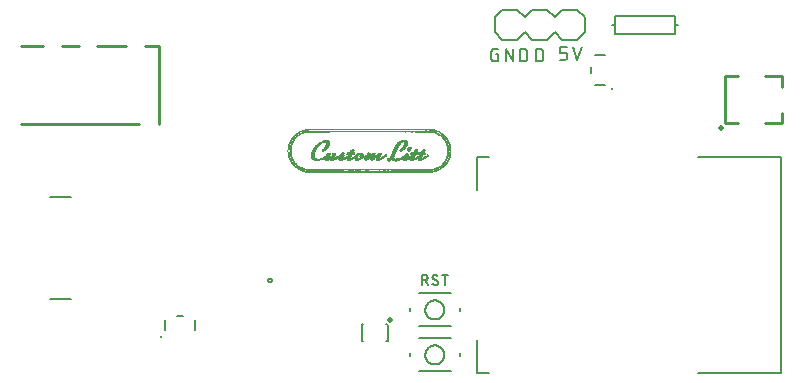
<source format=gto>
G75*
%MOIN*%
%OFA0B0*%
%FSLAX25Y25*%
%IPPOS*%
%LPD*%
%AMOC8*
5,1,8,0,0,1.08239X$1,22.5*
%
%ADD10C,0.00800*%
%ADD11C,0.00600*%
%ADD12C,0.02000*%
%ADD13C,0.00500*%
%ADD14C,0.01000*%
%ADD15C,0.01000*%
%ADD16R,0.41693X0.00157*%
%ADD17R,0.43307X0.00118*%
%ADD18R,0.01890X0.00157*%
%ADD19R,0.00433X0.00157*%
%ADD20R,0.02362X0.00157*%
%ADD21R,0.01457X0.00157*%
%ADD22R,0.01299X0.00157*%
%ADD23R,0.01181X0.00118*%
%ADD24R,0.00866X0.00118*%
%ADD25R,0.00433X0.00118*%
%ADD26R,0.00866X0.00157*%
%ADD27R,0.42598X0.00157*%
%ADD28R,0.00984X0.00157*%
%ADD29R,0.43740X0.00157*%
%ADD30R,0.09213X0.00157*%
%ADD31R,0.00276X0.00157*%
%ADD32R,0.00709X0.00157*%
%ADD33R,0.07008X0.00157*%
%ADD34R,0.00748X0.00118*%
%ADD35R,0.01457X0.00118*%
%ADD36R,0.01614X0.00118*%
%ADD37R,0.00748X0.00157*%
%ADD38R,0.01181X0.00157*%
%ADD39R,0.01024X0.00157*%
%ADD40R,0.00551X0.00118*%
%ADD41R,0.00984X0.00118*%
%ADD42R,0.00591X0.00157*%
%ADD43R,0.00906X0.00157*%
%ADD44R,0.00551X0.00157*%
%ADD45R,0.00906X0.00118*%
%ADD46R,0.00591X0.00118*%
%ADD47R,0.00472X0.00157*%
%ADD48R,0.00709X0.00118*%
%ADD49R,0.00472X0.00118*%
%ADD50R,0.02165X0.00157*%
%ADD51R,0.02638X0.00157*%
%ADD52R,0.02480X0.00157*%
%ADD53R,0.02953X0.00118*%
%ADD54R,0.02638X0.00118*%
%ADD55R,0.03228X0.00157*%
%ADD56R,0.01339X0.00157*%
%ADD57R,0.01299X0.00118*%
%ADD58R,0.01024X0.00118*%
%ADD59R,0.01142X0.00118*%
%ADD60R,0.01142X0.00157*%
%ADD61R,0.01339X0.00118*%
%ADD62R,0.00276X0.00118*%
%ADD63R,0.00315X0.00157*%
%ADD64R,0.00315X0.00118*%
%ADD65R,0.04843X0.00157*%
%ADD66R,0.02756X0.00118*%
%ADD67R,0.05236X0.00118*%
%ADD68R,0.02913X0.00157*%
%ADD69R,0.02047X0.00157*%
%ADD70R,0.05236X0.00157*%
%ADD71R,0.02795X0.00157*%
%ADD72R,0.00157X0.00157*%
%ADD73R,0.05276X0.00157*%
%ADD74R,0.04961X0.00118*%
%ADD75R,0.01772X0.00157*%
%ADD76R,0.03071X0.00157*%
%ADD77R,0.01614X0.00157*%
%ADD78R,0.02008X0.00157*%
%ADD79R,0.03504X0.00157*%
%ADD80R,0.07165X0.00157*%
%ADD81R,0.01575X0.00157*%
%ADD82R,0.01890X0.00118*%
%ADD83R,0.06850X0.00118*%
%ADD84R,0.01732X0.00118*%
%ADD85R,0.06850X0.00157*%
%ADD86R,0.01732X0.00157*%
%ADD87R,0.02323X0.00118*%
%ADD88R,0.03780X0.00118*%
%ADD89R,0.02047X0.00118*%
%ADD90R,0.05551X0.00118*%
%ADD91R,0.02205X0.00118*%
%ADD92R,0.06299X0.00157*%
%ADD93R,0.01929X0.00157*%
%ADD94R,0.08780X0.00157*%
%ADD95R,0.04213X0.00157*%
%ADD96R,0.07717X0.00157*%
%ADD97R,0.02323X0.00157*%
%ADD98R,0.02756X0.00157*%
%ADD99R,0.07283X0.00157*%
%ADD100R,0.04094X0.00118*%
%ADD101R,0.05079X0.00118*%
%ADD102R,0.02165X0.00118*%
%ADD103R,0.04961X0.00157*%
%ADD104R,0.04685X0.00157*%
%ADD105R,0.00157X0.00118*%
%ADD106R,0.01496X0.00157*%
%ADD107R,0.44173X0.00118*%
%ADD108R,0.43425X0.00157*%
%ADD109R,0.12677X0.00157*%
%ADD110R,0.14134X0.00157*%
%ADD111R,0.19528X0.00157*%
%ADD112R,0.09055X0.00157*%
%ADD113R,0.15000X0.00157*%
%ADD114R,0.42717X0.00157*%
%ADD115R,0.08307X0.00118*%
%ADD116R,0.06417X0.00118*%
D10*
X0265000Y0058309D02*
X0265000Y0061691D01*
X0268943Y0062791D02*
X0271057Y0062791D01*
X0275000Y0061691D02*
X0275000Y0058309D01*
X0330600Y0060450D02*
X0330600Y0054550D01*
X0331150Y0054550D01*
X0338850Y0054550D02*
X0339400Y0054550D01*
X0339400Y0059950D01*
X0338850Y0060450D01*
X0331150Y0060450D02*
X0330600Y0060450D01*
X0346732Y0064488D02*
X0346732Y0065512D01*
X0349732Y0059488D02*
X0360268Y0059488D01*
X0360268Y0055512D02*
X0349732Y0055512D01*
X0346732Y0050512D02*
X0346732Y0049488D01*
X0349732Y0044488D02*
X0360268Y0044488D01*
X0368949Y0044067D02*
X0372992Y0044067D01*
X0368949Y0044067D02*
X0368949Y0055000D01*
X0363268Y0050512D02*
X0363268Y0049488D01*
X0363268Y0064488D02*
X0363268Y0065512D01*
X0360268Y0070512D02*
X0349732Y0070512D01*
X0368949Y0105000D02*
X0368949Y0115933D01*
X0372992Y0115933D01*
X0408309Y0140000D02*
X0411691Y0140000D01*
X0407209Y0143943D02*
X0407209Y0146057D01*
X0408309Y0150000D02*
X0411691Y0150000D01*
X0403967Y0152600D02*
X0402567Y0148400D01*
X0401167Y0152600D01*
X0399233Y0152600D02*
X0396900Y0152600D01*
X0396900Y0150733D01*
X0398300Y0150733D01*
X0398359Y0150731D01*
X0398417Y0150726D01*
X0398475Y0150716D01*
X0398532Y0150704D01*
X0398588Y0150687D01*
X0398643Y0150667D01*
X0398697Y0150644D01*
X0398749Y0150618D01*
X0398800Y0150588D01*
X0398848Y0150555D01*
X0398895Y0150519D01*
X0398939Y0150480D01*
X0398980Y0150439D01*
X0399019Y0150395D01*
X0399055Y0150348D01*
X0399088Y0150300D01*
X0399118Y0150249D01*
X0399144Y0150197D01*
X0399167Y0150143D01*
X0399187Y0150088D01*
X0399204Y0150032D01*
X0399216Y0149975D01*
X0399226Y0149917D01*
X0399231Y0149859D01*
X0399233Y0149800D01*
X0399233Y0149333D01*
X0399231Y0149274D01*
X0399226Y0149216D01*
X0399216Y0149158D01*
X0399204Y0149101D01*
X0399187Y0149045D01*
X0399167Y0148990D01*
X0399144Y0148936D01*
X0399118Y0148884D01*
X0399088Y0148833D01*
X0399055Y0148785D01*
X0399019Y0148738D01*
X0398980Y0148694D01*
X0398939Y0148653D01*
X0398895Y0148614D01*
X0398848Y0148578D01*
X0398800Y0148545D01*
X0398749Y0148515D01*
X0398697Y0148489D01*
X0398643Y0148466D01*
X0398588Y0148446D01*
X0398532Y0148429D01*
X0398475Y0148417D01*
X0398417Y0148407D01*
X0398359Y0148402D01*
X0398300Y0148400D01*
X0396900Y0148400D01*
X0391233Y0149067D02*
X0391233Y0150933D01*
X0391234Y0150933D02*
X0391232Y0150998D01*
X0391227Y0151064D01*
X0391218Y0151128D01*
X0391205Y0151193D01*
X0391188Y0151256D01*
X0391169Y0151318D01*
X0391145Y0151380D01*
X0391118Y0151439D01*
X0391088Y0151497D01*
X0391055Y0151554D01*
X0391019Y0151608D01*
X0390979Y0151661D01*
X0390937Y0151711D01*
X0390892Y0151758D01*
X0390845Y0151803D01*
X0390795Y0151845D01*
X0390742Y0151885D01*
X0390688Y0151921D01*
X0390631Y0151954D01*
X0390573Y0151984D01*
X0390514Y0152011D01*
X0390452Y0152035D01*
X0390390Y0152054D01*
X0390327Y0152071D01*
X0390262Y0152084D01*
X0390198Y0152093D01*
X0390132Y0152098D01*
X0390067Y0152100D01*
X0388900Y0152100D01*
X0388900Y0147900D01*
X0390067Y0147900D01*
X0390132Y0147902D01*
X0390198Y0147907D01*
X0390262Y0147916D01*
X0390327Y0147929D01*
X0390390Y0147946D01*
X0390452Y0147965D01*
X0390514Y0147989D01*
X0390573Y0148016D01*
X0390631Y0148046D01*
X0390688Y0148079D01*
X0390742Y0148115D01*
X0390795Y0148155D01*
X0390845Y0148197D01*
X0390892Y0148242D01*
X0390937Y0148289D01*
X0390979Y0148339D01*
X0391019Y0148392D01*
X0391055Y0148446D01*
X0391088Y0148503D01*
X0391118Y0148561D01*
X0391145Y0148620D01*
X0391169Y0148682D01*
X0391188Y0148744D01*
X0391205Y0148807D01*
X0391218Y0148872D01*
X0391227Y0148936D01*
X0391232Y0149002D01*
X0391234Y0149067D01*
X0385833Y0149067D02*
X0385833Y0150933D01*
X0385834Y0150933D02*
X0385832Y0150998D01*
X0385827Y0151064D01*
X0385818Y0151128D01*
X0385805Y0151193D01*
X0385788Y0151256D01*
X0385769Y0151318D01*
X0385745Y0151380D01*
X0385718Y0151439D01*
X0385688Y0151497D01*
X0385655Y0151554D01*
X0385619Y0151608D01*
X0385579Y0151661D01*
X0385537Y0151711D01*
X0385492Y0151758D01*
X0385445Y0151803D01*
X0385395Y0151845D01*
X0385342Y0151885D01*
X0385288Y0151921D01*
X0385231Y0151954D01*
X0385173Y0151984D01*
X0385114Y0152011D01*
X0385052Y0152035D01*
X0384990Y0152054D01*
X0384927Y0152071D01*
X0384862Y0152084D01*
X0384798Y0152093D01*
X0384732Y0152098D01*
X0384667Y0152100D01*
X0383500Y0152100D01*
X0383500Y0147900D01*
X0384667Y0147900D01*
X0384732Y0147902D01*
X0384798Y0147907D01*
X0384862Y0147916D01*
X0384927Y0147929D01*
X0384990Y0147946D01*
X0385052Y0147965D01*
X0385114Y0147989D01*
X0385173Y0148016D01*
X0385231Y0148046D01*
X0385288Y0148079D01*
X0385342Y0148115D01*
X0385395Y0148155D01*
X0385445Y0148197D01*
X0385492Y0148242D01*
X0385537Y0148289D01*
X0385579Y0148339D01*
X0385619Y0148392D01*
X0385655Y0148446D01*
X0385688Y0148503D01*
X0385718Y0148561D01*
X0385745Y0148620D01*
X0385769Y0148682D01*
X0385788Y0148744D01*
X0385805Y0148807D01*
X0385818Y0148872D01*
X0385827Y0148936D01*
X0385832Y0149002D01*
X0385834Y0149067D01*
X0381033Y0147900D02*
X0381033Y0152100D01*
X0378700Y0152100D02*
X0381033Y0147900D01*
X0378700Y0147900D02*
X0378700Y0152100D01*
X0376233Y0152100D02*
X0374833Y0152100D01*
X0374772Y0152098D01*
X0374711Y0152092D01*
X0374651Y0152082D01*
X0374592Y0152068D01*
X0374533Y0152050D01*
X0374476Y0152029D01*
X0374420Y0152004D01*
X0374366Y0151975D01*
X0374315Y0151943D01*
X0374265Y0151907D01*
X0374218Y0151868D01*
X0374173Y0151827D01*
X0374132Y0151782D01*
X0374093Y0151735D01*
X0374057Y0151685D01*
X0374025Y0151633D01*
X0373996Y0151580D01*
X0373971Y0151524D01*
X0373950Y0151467D01*
X0373932Y0151408D01*
X0373918Y0151349D01*
X0373908Y0151289D01*
X0373902Y0151228D01*
X0373900Y0151167D01*
X0373900Y0148833D01*
X0373902Y0148774D01*
X0373907Y0148716D01*
X0373917Y0148658D01*
X0373929Y0148601D01*
X0373946Y0148545D01*
X0373966Y0148490D01*
X0373989Y0148436D01*
X0374015Y0148384D01*
X0374045Y0148333D01*
X0374078Y0148285D01*
X0374114Y0148238D01*
X0374153Y0148194D01*
X0374194Y0148153D01*
X0374238Y0148114D01*
X0374285Y0148078D01*
X0374333Y0148045D01*
X0374384Y0148015D01*
X0374436Y0147989D01*
X0374490Y0147966D01*
X0374545Y0147946D01*
X0374601Y0147929D01*
X0374658Y0147917D01*
X0374716Y0147907D01*
X0374774Y0147902D01*
X0374833Y0147900D01*
X0376233Y0147900D01*
X0376233Y0150233D01*
X0375533Y0150233D01*
X0377500Y0155000D02*
X0382500Y0155000D01*
X0385000Y0157500D01*
X0387500Y0155000D01*
X0392500Y0155000D01*
X0395000Y0157500D01*
X0397500Y0155000D01*
X0402500Y0155000D01*
X0405000Y0157500D01*
X0405000Y0162500D01*
X0402500Y0165000D01*
X0397500Y0165000D01*
X0395000Y0162500D01*
X0392500Y0165000D01*
X0387500Y0165000D01*
X0385000Y0162500D01*
X0382500Y0165000D01*
X0377500Y0165000D01*
X0375000Y0162500D01*
X0375000Y0157500D01*
X0377500Y0155000D01*
X0414000Y0160000D02*
X0415000Y0160000D01*
X0415000Y0163000D01*
X0435000Y0163000D01*
X0435000Y0160000D01*
X0436000Y0160000D01*
X0435000Y0160000D02*
X0435000Y0157000D01*
X0415000Y0157000D01*
X0415000Y0160000D01*
X0442720Y0115933D02*
X0470343Y0115933D01*
X0470343Y0044067D01*
X0442720Y0044067D01*
D11*
X0233839Y0068492D02*
X0226752Y0068492D01*
X0226752Y0102508D02*
X0233839Y0102508D01*
X0350712Y0076700D02*
X0350712Y0073300D01*
X0350712Y0074811D02*
X0351657Y0074811D01*
X0351846Y0074811D02*
X0352601Y0073300D01*
X0351657Y0074812D02*
X0351717Y0074814D01*
X0351778Y0074820D01*
X0351837Y0074829D01*
X0351896Y0074843D01*
X0351954Y0074860D01*
X0352011Y0074881D01*
X0352067Y0074905D01*
X0352120Y0074933D01*
X0352172Y0074965D01*
X0352222Y0074999D01*
X0352269Y0075037D01*
X0352314Y0075078D01*
X0352356Y0075121D01*
X0352395Y0075167D01*
X0352431Y0075216D01*
X0352464Y0075267D01*
X0352494Y0075319D01*
X0352520Y0075374D01*
X0352543Y0075430D01*
X0352562Y0075487D01*
X0352577Y0075546D01*
X0352589Y0075605D01*
X0352597Y0075665D01*
X0352601Y0075726D01*
X0352601Y0075786D01*
X0352597Y0075847D01*
X0352589Y0075907D01*
X0352577Y0075966D01*
X0352562Y0076025D01*
X0352543Y0076082D01*
X0352520Y0076138D01*
X0352494Y0076193D01*
X0352464Y0076245D01*
X0352431Y0076296D01*
X0352395Y0076345D01*
X0352356Y0076391D01*
X0352314Y0076434D01*
X0352269Y0076475D01*
X0352222Y0076513D01*
X0352172Y0076547D01*
X0352120Y0076579D01*
X0352067Y0076607D01*
X0352011Y0076631D01*
X0351954Y0076652D01*
X0351896Y0076669D01*
X0351837Y0076683D01*
X0351778Y0076692D01*
X0351717Y0076698D01*
X0351657Y0076700D01*
X0350712Y0076700D01*
X0354631Y0075283D02*
X0355670Y0074717D01*
X0355292Y0073300D02*
X0355213Y0073302D01*
X0355135Y0073308D01*
X0355057Y0073317D01*
X0354979Y0073331D01*
X0354902Y0073348D01*
X0354826Y0073369D01*
X0354752Y0073394D01*
X0354678Y0073423D01*
X0354606Y0073455D01*
X0354536Y0073490D01*
X0354468Y0073529D01*
X0354401Y0073572D01*
X0354337Y0073617D01*
X0354275Y0073666D01*
X0354216Y0073718D01*
X0354159Y0073772D01*
X0355669Y0074717D02*
X0355714Y0074688D01*
X0355757Y0074657D01*
X0355797Y0074622D01*
X0355835Y0074585D01*
X0355870Y0074546D01*
X0355903Y0074504D01*
X0355932Y0074459D01*
X0355959Y0074413D01*
X0355982Y0074365D01*
X0356002Y0074316D01*
X0356018Y0074266D01*
X0356031Y0074214D01*
X0356040Y0074162D01*
X0356045Y0074109D01*
X0356047Y0074056D01*
X0356048Y0074056D02*
X0356046Y0074002D01*
X0356040Y0073948D01*
X0356031Y0073895D01*
X0356017Y0073843D01*
X0356000Y0073792D01*
X0355980Y0073742D01*
X0355956Y0073694D01*
X0355928Y0073647D01*
X0355897Y0073603D01*
X0355863Y0073561D01*
X0355827Y0073521D01*
X0355787Y0073485D01*
X0355745Y0073451D01*
X0355701Y0073420D01*
X0355654Y0073392D01*
X0355606Y0073368D01*
X0355556Y0073348D01*
X0355505Y0073331D01*
X0355453Y0073317D01*
X0355400Y0073308D01*
X0355346Y0073302D01*
X0355292Y0073300D01*
X0355859Y0076417D02*
X0355802Y0076457D01*
X0355743Y0076495D01*
X0355682Y0076530D01*
X0355620Y0076562D01*
X0355556Y0076590D01*
X0355490Y0076616D01*
X0355424Y0076638D01*
X0355356Y0076657D01*
X0355288Y0076672D01*
X0355219Y0076684D01*
X0355149Y0076693D01*
X0355079Y0076698D01*
X0355009Y0076700D01*
X0354955Y0076698D01*
X0354901Y0076692D01*
X0354848Y0076683D01*
X0354796Y0076669D01*
X0354745Y0076652D01*
X0354695Y0076632D01*
X0354647Y0076608D01*
X0354600Y0076580D01*
X0354556Y0076549D01*
X0354514Y0076515D01*
X0354474Y0076479D01*
X0354438Y0076439D01*
X0354404Y0076397D01*
X0354373Y0076353D01*
X0354345Y0076306D01*
X0354321Y0076258D01*
X0354301Y0076208D01*
X0354284Y0076157D01*
X0354270Y0076105D01*
X0354261Y0076052D01*
X0354255Y0075998D01*
X0354253Y0075944D01*
X0354254Y0075944D02*
X0354256Y0075891D01*
X0354261Y0075838D01*
X0354270Y0075786D01*
X0354283Y0075734D01*
X0354299Y0075684D01*
X0354319Y0075635D01*
X0354342Y0075587D01*
X0354369Y0075541D01*
X0354398Y0075496D01*
X0354431Y0075454D01*
X0354466Y0075415D01*
X0354504Y0075378D01*
X0354544Y0075343D01*
X0354587Y0075312D01*
X0354632Y0075283D01*
X0357399Y0076700D02*
X0359288Y0076700D01*
X0358343Y0076700D02*
X0358343Y0073300D01*
D12*
X0340250Y0061500D03*
X0450394Y0125787D03*
D13*
X0351831Y0065000D02*
X0351833Y0065112D01*
X0351839Y0065225D01*
X0351849Y0065337D01*
X0351863Y0065448D01*
X0351881Y0065560D01*
X0351903Y0065670D01*
X0351928Y0065779D01*
X0351958Y0065888D01*
X0351991Y0065995D01*
X0352029Y0066101D01*
X0352070Y0066206D01*
X0352114Y0066309D01*
X0352162Y0066411D01*
X0352214Y0066511D01*
X0352270Y0066609D01*
X0352329Y0066705D01*
X0352391Y0066798D01*
X0352456Y0066890D01*
X0352525Y0066979D01*
X0352597Y0067066D01*
X0352672Y0067150D01*
X0352749Y0067231D01*
X0352830Y0067309D01*
X0352913Y0067385D01*
X0352999Y0067457D01*
X0353088Y0067527D01*
X0353178Y0067593D01*
X0353272Y0067656D01*
X0353367Y0067716D01*
X0353464Y0067772D01*
X0353564Y0067825D01*
X0353665Y0067874D01*
X0353768Y0067920D01*
X0353872Y0067962D01*
X0353978Y0068000D01*
X0354085Y0068034D01*
X0354193Y0068065D01*
X0354303Y0068091D01*
X0354413Y0068114D01*
X0354524Y0068133D01*
X0354635Y0068148D01*
X0354747Y0068159D01*
X0354859Y0068166D01*
X0354972Y0068169D01*
X0355084Y0068168D01*
X0355197Y0068163D01*
X0355309Y0068154D01*
X0355421Y0068141D01*
X0355532Y0068124D01*
X0355642Y0068103D01*
X0355752Y0068078D01*
X0355861Y0068050D01*
X0355969Y0068017D01*
X0356075Y0067981D01*
X0356180Y0067941D01*
X0356284Y0067897D01*
X0356386Y0067850D01*
X0356486Y0067799D01*
X0356584Y0067744D01*
X0356681Y0067686D01*
X0356775Y0067625D01*
X0356867Y0067560D01*
X0356957Y0067493D01*
X0357044Y0067422D01*
X0357129Y0067347D01*
X0357211Y0067270D01*
X0357290Y0067191D01*
X0357366Y0067108D01*
X0357440Y0067023D01*
X0357510Y0066935D01*
X0357577Y0066844D01*
X0357641Y0066752D01*
X0357701Y0066657D01*
X0357758Y0066560D01*
X0357812Y0066461D01*
X0357862Y0066360D01*
X0357909Y0066258D01*
X0357951Y0066154D01*
X0357991Y0066049D01*
X0358026Y0065942D01*
X0358057Y0065834D01*
X0358085Y0065725D01*
X0358109Y0065615D01*
X0358129Y0065504D01*
X0358145Y0065393D01*
X0358157Y0065281D01*
X0358165Y0065169D01*
X0358169Y0065056D01*
X0358169Y0064944D01*
X0358165Y0064831D01*
X0358157Y0064719D01*
X0358145Y0064607D01*
X0358129Y0064496D01*
X0358109Y0064385D01*
X0358085Y0064275D01*
X0358057Y0064166D01*
X0358026Y0064058D01*
X0357991Y0063951D01*
X0357951Y0063846D01*
X0357909Y0063742D01*
X0357862Y0063640D01*
X0357812Y0063539D01*
X0357758Y0063440D01*
X0357701Y0063343D01*
X0357641Y0063248D01*
X0357577Y0063156D01*
X0357510Y0063065D01*
X0357440Y0062977D01*
X0357366Y0062892D01*
X0357290Y0062809D01*
X0357211Y0062730D01*
X0357129Y0062653D01*
X0357044Y0062578D01*
X0356957Y0062507D01*
X0356867Y0062440D01*
X0356775Y0062375D01*
X0356681Y0062314D01*
X0356585Y0062256D01*
X0356486Y0062201D01*
X0356386Y0062150D01*
X0356284Y0062103D01*
X0356180Y0062059D01*
X0356075Y0062019D01*
X0355969Y0061983D01*
X0355861Y0061950D01*
X0355752Y0061922D01*
X0355642Y0061897D01*
X0355532Y0061876D01*
X0355421Y0061859D01*
X0355309Y0061846D01*
X0355197Y0061837D01*
X0355084Y0061832D01*
X0354972Y0061831D01*
X0354859Y0061834D01*
X0354747Y0061841D01*
X0354635Y0061852D01*
X0354524Y0061867D01*
X0354413Y0061886D01*
X0354303Y0061909D01*
X0354193Y0061935D01*
X0354085Y0061966D01*
X0353978Y0062000D01*
X0353872Y0062038D01*
X0353768Y0062080D01*
X0353665Y0062126D01*
X0353564Y0062175D01*
X0353464Y0062228D01*
X0353367Y0062284D01*
X0353272Y0062344D01*
X0353178Y0062407D01*
X0353088Y0062473D01*
X0352999Y0062543D01*
X0352913Y0062615D01*
X0352830Y0062691D01*
X0352749Y0062769D01*
X0352672Y0062850D01*
X0352597Y0062934D01*
X0352525Y0063021D01*
X0352456Y0063110D01*
X0352391Y0063202D01*
X0352329Y0063295D01*
X0352270Y0063391D01*
X0352214Y0063489D01*
X0352162Y0063589D01*
X0352114Y0063691D01*
X0352070Y0063794D01*
X0352029Y0063899D01*
X0351991Y0064005D01*
X0351958Y0064112D01*
X0351928Y0064221D01*
X0351903Y0064330D01*
X0351881Y0064440D01*
X0351863Y0064552D01*
X0351849Y0064663D01*
X0351839Y0064775D01*
X0351833Y0064888D01*
X0351831Y0065000D01*
X0351831Y0050000D02*
X0351833Y0050112D01*
X0351839Y0050225D01*
X0351849Y0050337D01*
X0351863Y0050448D01*
X0351881Y0050560D01*
X0351903Y0050670D01*
X0351928Y0050779D01*
X0351958Y0050888D01*
X0351991Y0050995D01*
X0352029Y0051101D01*
X0352070Y0051206D01*
X0352114Y0051309D01*
X0352162Y0051411D01*
X0352214Y0051511D01*
X0352270Y0051609D01*
X0352329Y0051705D01*
X0352391Y0051798D01*
X0352456Y0051890D01*
X0352525Y0051979D01*
X0352597Y0052066D01*
X0352672Y0052150D01*
X0352749Y0052231D01*
X0352830Y0052309D01*
X0352913Y0052385D01*
X0352999Y0052457D01*
X0353088Y0052527D01*
X0353178Y0052593D01*
X0353272Y0052656D01*
X0353367Y0052716D01*
X0353464Y0052772D01*
X0353564Y0052825D01*
X0353665Y0052874D01*
X0353768Y0052920D01*
X0353872Y0052962D01*
X0353978Y0053000D01*
X0354085Y0053034D01*
X0354193Y0053065D01*
X0354303Y0053091D01*
X0354413Y0053114D01*
X0354524Y0053133D01*
X0354635Y0053148D01*
X0354747Y0053159D01*
X0354859Y0053166D01*
X0354972Y0053169D01*
X0355084Y0053168D01*
X0355197Y0053163D01*
X0355309Y0053154D01*
X0355421Y0053141D01*
X0355532Y0053124D01*
X0355642Y0053103D01*
X0355752Y0053078D01*
X0355861Y0053050D01*
X0355969Y0053017D01*
X0356075Y0052981D01*
X0356180Y0052941D01*
X0356284Y0052897D01*
X0356386Y0052850D01*
X0356486Y0052799D01*
X0356584Y0052744D01*
X0356681Y0052686D01*
X0356775Y0052625D01*
X0356867Y0052560D01*
X0356957Y0052493D01*
X0357044Y0052422D01*
X0357129Y0052347D01*
X0357211Y0052270D01*
X0357290Y0052191D01*
X0357366Y0052108D01*
X0357440Y0052023D01*
X0357510Y0051935D01*
X0357577Y0051844D01*
X0357641Y0051752D01*
X0357701Y0051657D01*
X0357758Y0051560D01*
X0357812Y0051461D01*
X0357862Y0051360D01*
X0357909Y0051258D01*
X0357951Y0051154D01*
X0357991Y0051049D01*
X0358026Y0050942D01*
X0358057Y0050834D01*
X0358085Y0050725D01*
X0358109Y0050615D01*
X0358129Y0050504D01*
X0358145Y0050393D01*
X0358157Y0050281D01*
X0358165Y0050169D01*
X0358169Y0050056D01*
X0358169Y0049944D01*
X0358165Y0049831D01*
X0358157Y0049719D01*
X0358145Y0049607D01*
X0358129Y0049496D01*
X0358109Y0049385D01*
X0358085Y0049275D01*
X0358057Y0049166D01*
X0358026Y0049058D01*
X0357991Y0048951D01*
X0357951Y0048846D01*
X0357909Y0048742D01*
X0357862Y0048640D01*
X0357812Y0048539D01*
X0357758Y0048440D01*
X0357701Y0048343D01*
X0357641Y0048248D01*
X0357577Y0048156D01*
X0357510Y0048065D01*
X0357440Y0047977D01*
X0357366Y0047892D01*
X0357290Y0047809D01*
X0357211Y0047730D01*
X0357129Y0047653D01*
X0357044Y0047578D01*
X0356957Y0047507D01*
X0356867Y0047440D01*
X0356775Y0047375D01*
X0356681Y0047314D01*
X0356585Y0047256D01*
X0356486Y0047201D01*
X0356386Y0047150D01*
X0356284Y0047103D01*
X0356180Y0047059D01*
X0356075Y0047019D01*
X0355969Y0046983D01*
X0355861Y0046950D01*
X0355752Y0046922D01*
X0355642Y0046897D01*
X0355532Y0046876D01*
X0355421Y0046859D01*
X0355309Y0046846D01*
X0355197Y0046837D01*
X0355084Y0046832D01*
X0354972Y0046831D01*
X0354859Y0046834D01*
X0354747Y0046841D01*
X0354635Y0046852D01*
X0354524Y0046867D01*
X0354413Y0046886D01*
X0354303Y0046909D01*
X0354193Y0046935D01*
X0354085Y0046966D01*
X0353978Y0047000D01*
X0353872Y0047038D01*
X0353768Y0047080D01*
X0353665Y0047126D01*
X0353564Y0047175D01*
X0353464Y0047228D01*
X0353367Y0047284D01*
X0353272Y0047344D01*
X0353178Y0047407D01*
X0353088Y0047473D01*
X0352999Y0047543D01*
X0352913Y0047615D01*
X0352830Y0047691D01*
X0352749Y0047769D01*
X0352672Y0047850D01*
X0352597Y0047934D01*
X0352525Y0048021D01*
X0352456Y0048110D01*
X0352391Y0048202D01*
X0352329Y0048295D01*
X0352270Y0048391D01*
X0352214Y0048489D01*
X0352162Y0048589D01*
X0352114Y0048691D01*
X0352070Y0048794D01*
X0352029Y0048899D01*
X0351991Y0049005D01*
X0351958Y0049112D01*
X0351928Y0049221D01*
X0351903Y0049330D01*
X0351881Y0049440D01*
X0351863Y0049552D01*
X0351849Y0049663D01*
X0351839Y0049775D01*
X0351833Y0049888D01*
X0351831Y0050000D01*
X0299467Y0074843D02*
X0299469Y0074892D01*
X0299475Y0074941D01*
X0299485Y0074989D01*
X0299498Y0075037D01*
X0299516Y0075083D01*
X0299537Y0075127D01*
X0299562Y0075170D01*
X0299590Y0075211D01*
X0299621Y0075249D01*
X0299655Y0075284D01*
X0299692Y0075317D01*
X0299731Y0075347D01*
X0299773Y0075373D01*
X0299817Y0075396D01*
X0299862Y0075415D01*
X0299909Y0075431D01*
X0299957Y0075443D01*
X0300005Y0075451D01*
X0300054Y0075455D01*
X0300104Y0075455D01*
X0300153Y0075451D01*
X0300201Y0075443D01*
X0300249Y0075431D01*
X0300296Y0075415D01*
X0300341Y0075396D01*
X0300385Y0075373D01*
X0300427Y0075347D01*
X0300466Y0075317D01*
X0300503Y0075284D01*
X0300537Y0075249D01*
X0300568Y0075211D01*
X0300596Y0075170D01*
X0300621Y0075127D01*
X0300642Y0075083D01*
X0300660Y0075037D01*
X0300673Y0074989D01*
X0300683Y0074941D01*
X0300689Y0074892D01*
X0300691Y0074843D01*
X0300689Y0074794D01*
X0300683Y0074745D01*
X0300673Y0074697D01*
X0300660Y0074649D01*
X0300642Y0074603D01*
X0300621Y0074559D01*
X0300596Y0074516D01*
X0300568Y0074475D01*
X0300537Y0074437D01*
X0300503Y0074402D01*
X0300466Y0074369D01*
X0300427Y0074339D01*
X0300385Y0074313D01*
X0300341Y0074290D01*
X0300296Y0074271D01*
X0300249Y0074255D01*
X0300201Y0074243D01*
X0300153Y0074235D01*
X0300104Y0074231D01*
X0300054Y0074231D01*
X0300005Y0074235D01*
X0299957Y0074243D01*
X0299909Y0074255D01*
X0299862Y0074271D01*
X0299817Y0074290D01*
X0299773Y0074313D01*
X0299731Y0074339D01*
X0299692Y0074369D01*
X0299655Y0074402D01*
X0299621Y0074437D01*
X0299590Y0074475D01*
X0299562Y0074516D01*
X0299537Y0074559D01*
X0299516Y0074603D01*
X0299498Y0074649D01*
X0299485Y0074697D01*
X0299475Y0074745D01*
X0299469Y0074794D01*
X0299467Y0074843D01*
D14*
X0263700Y0056000D03*
X0414000Y0138700D03*
D15*
X0451614Y0142874D02*
X0451614Y0127126D01*
X0455945Y0127126D01*
X0465000Y0127126D02*
X0470906Y0127126D01*
X0470906Y0130669D01*
X0470906Y0139331D02*
X0470906Y0142874D01*
X0465000Y0142874D01*
X0455945Y0142874D02*
X0451614Y0142874D01*
X0263031Y0152992D02*
X0263031Y0127008D01*
X0256339Y0127008D02*
X0216969Y0127008D01*
X0216969Y0152992D02*
X0224449Y0152992D01*
X0230748Y0152992D02*
X0236260Y0152992D01*
X0242559Y0152992D02*
X0252008Y0152992D01*
X0258307Y0152992D02*
X0263031Y0152992D01*
D16*
X0333327Y0125000D03*
D17*
X0333268Y0124862D03*
D18*
X0326260Y0115827D03*
X0326102Y0115669D03*
X0326693Y0114961D03*
X0329331Y0114803D03*
X0323937Y0114803D03*
X0319252Y0114961D03*
X0318976Y0115827D03*
X0314882Y0115236D03*
X0311969Y0124724D03*
X0345079Y0115827D03*
X0345512Y0114961D03*
X0347402Y0115669D03*
X0349882Y0115669D03*
D19*
X0358642Y0113346D03*
X0359075Y0113937D03*
X0359350Y0114370D03*
X0359508Y0114646D03*
X0359665Y0114803D03*
X0359665Y0114961D03*
X0359783Y0115236D03*
X0359783Y0115394D03*
X0359941Y0115669D03*
X0359941Y0115827D03*
X0360098Y0116102D03*
X0360098Y0116260D03*
X0360098Y0116417D03*
X0359508Y0116693D03*
X0359508Y0116850D03*
X0359508Y0117126D03*
X0359508Y0117283D03*
X0359508Y0117441D03*
X0360217Y0117441D03*
X0360217Y0117283D03*
X0360217Y0117126D03*
X0360217Y0118150D03*
X0360217Y0118307D03*
X0360217Y0118583D03*
X0360217Y0118740D03*
X0360217Y0118898D03*
X0360098Y0119173D03*
X0360098Y0119331D03*
X0360098Y0119606D03*
X0359941Y0119764D03*
X0359941Y0120039D03*
X0359783Y0120197D03*
X0359783Y0120354D03*
X0359665Y0120630D03*
X0359665Y0120787D03*
X0359350Y0121220D03*
X0359350Y0121378D03*
X0359075Y0121811D03*
X0358484Y0121378D03*
X0358917Y0120630D03*
X0359075Y0120354D03*
X0359350Y0119331D03*
X0359350Y0119173D03*
X0359508Y0118898D03*
X0359508Y0118740D03*
X0359508Y0118583D03*
X0359508Y0118307D03*
X0359508Y0118150D03*
X0359350Y0116417D03*
X0359350Y0116260D03*
X0359350Y0116102D03*
X0359075Y0115394D03*
X0358917Y0114961D03*
X0339665Y0114370D03*
X0330059Y0111299D03*
X0308169Y0112913D03*
X0307736Y0113504D03*
X0307461Y0113937D03*
X0307146Y0114213D03*
X0307146Y0114370D03*
X0306870Y0114803D03*
X0306870Y0114961D03*
X0306713Y0115236D03*
X0306713Y0115394D03*
X0306555Y0115669D03*
X0306437Y0116102D03*
X0306437Y0116260D03*
X0306280Y0116693D03*
X0306280Y0116850D03*
X0306280Y0117126D03*
X0306280Y0117283D03*
X0306280Y0117441D03*
X0306280Y0118150D03*
X0306280Y0118307D03*
X0306280Y0118583D03*
X0306280Y0118740D03*
X0306280Y0118898D03*
X0306437Y0119173D03*
X0306437Y0119331D03*
X0306437Y0119606D03*
X0306555Y0119764D03*
X0306555Y0120039D03*
X0306713Y0120354D03*
X0306870Y0120630D03*
X0306870Y0120787D03*
X0307146Y0121220D03*
X0307146Y0121378D03*
X0307461Y0121811D03*
X0307579Y0120630D03*
X0307461Y0120354D03*
X0307303Y0120039D03*
X0307146Y0119606D03*
X0307146Y0119331D03*
X0307146Y0116260D03*
X0307146Y0116102D03*
X0307303Y0115669D03*
X0307461Y0115394D03*
X0307461Y0115236D03*
X0307579Y0114961D03*
X0307736Y0114646D03*
X0308327Y0122835D03*
X0308602Y0123110D03*
X0352224Y0124724D03*
D20*
X0354331Y0124724D03*
X0330118Y0116693D03*
D21*
X0329232Y0114646D03*
X0334350Y0115236D03*
X0336240Y0114803D03*
X0339744Y0114646D03*
X0346437Y0118150D03*
X0346437Y0118307D03*
X0344705Y0121378D03*
X0350256Y0116102D03*
X0350256Y0114803D03*
X0347776Y0114803D03*
X0323839Y0114646D03*
X0320925Y0115827D03*
X0318878Y0121378D03*
X0314390Y0115827D03*
X0311319Y0124567D03*
D22*
X0314587Y0117441D03*
X0314311Y0116417D03*
X0314311Y0116260D03*
X0314311Y0116102D03*
X0319547Y0116417D03*
X0321161Y0116102D03*
X0321004Y0114803D03*
X0326831Y0116417D03*
X0328878Y0116102D03*
X0332224Y0114961D03*
X0332972Y0116693D03*
X0340846Y0115827D03*
X0341122Y0116417D03*
X0341280Y0116850D03*
X0341555Y0117441D03*
X0341713Y0117717D03*
X0341713Y0117874D03*
X0341870Y0118150D03*
X0342146Y0118740D03*
X0343602Y0120787D03*
X0346516Y0118583D03*
X0345492Y0116260D03*
X0350453Y0116417D03*
X0355138Y0124567D03*
X0329035Y0111299D03*
D23*
X0323110Y0115965D03*
X0327638Y0118012D03*
X0316260Y0119902D03*
X0315827Y0119469D03*
X0314803Y0118012D03*
X0314370Y0116555D03*
X0310591Y0112028D03*
X0311024Y0111161D03*
X0310866Y0124429D03*
X0340906Y0115965D03*
X0341339Y0116988D03*
X0343819Y0118012D03*
X0344409Y0118445D03*
X0344843Y0119035D03*
X0346457Y0118012D03*
X0342795Y0119902D03*
X0342520Y0119469D03*
X0355630Y0124429D03*
D24*
X0356220Y0123406D03*
X0333031Y0116988D03*
X0324291Y0116988D03*
X0323701Y0114508D03*
X0321654Y0116988D03*
X0313780Y0124429D03*
X0309567Y0122972D03*
X0309567Y0112618D03*
X0310000Y0111594D03*
D25*
X0307579Y0113642D03*
X0307303Y0114075D03*
X0306713Y0115098D03*
X0306555Y0115531D03*
X0306437Y0115965D03*
X0307146Y0115965D03*
X0307303Y0115531D03*
X0306280Y0116988D03*
X0306280Y0118445D03*
X0306280Y0119035D03*
X0306437Y0119469D03*
X0306555Y0119902D03*
X0306713Y0120492D03*
X0307303Y0119902D03*
X0307146Y0119469D03*
X0307736Y0120925D03*
X0307303Y0121516D03*
X0307579Y0121949D03*
X0308484Y0122972D03*
X0332106Y0114508D03*
X0338799Y0116555D03*
X0352933Y0124429D03*
X0358917Y0121949D03*
X0359508Y0120925D03*
X0359783Y0120492D03*
X0359941Y0119902D03*
X0360098Y0119469D03*
X0360217Y0119035D03*
X0360217Y0118445D03*
X0360217Y0118012D03*
X0359508Y0118445D03*
X0359508Y0117579D03*
X0359508Y0116988D03*
X0360217Y0116988D03*
X0360098Y0116555D03*
X0359941Y0115531D03*
X0359508Y0114508D03*
X0358917Y0115098D03*
X0358917Y0113642D03*
X0359350Y0119469D03*
D26*
X0356654Y0123976D03*
X0356378Y0124134D03*
X0355945Y0123543D03*
X0351417Y0118150D03*
X0348937Y0118150D03*
X0345866Y0116850D03*
X0342087Y0114370D03*
X0338583Y0116260D03*
X0334055Y0114803D03*
X0332165Y0114646D03*
X0327638Y0118150D03*
X0319331Y0119606D03*
X0310000Y0123268D03*
X0309843Y0123976D03*
X0310157Y0124134D03*
X0310433Y0124291D03*
X0309843Y0112480D03*
X0310276Y0111457D03*
X0310591Y0111299D03*
X0356220Y0111457D03*
X0356811Y0111732D03*
X0356654Y0112480D03*
X0357087Y0112756D03*
D27*
X0333189Y0124291D03*
D28*
X0324508Y0116102D03*
X0324508Y0115827D03*
X0324508Y0115669D03*
X0356004Y0124291D03*
D29*
X0333169Y0124134D03*
D30*
X0315472Y0123976D03*
D31*
X0306201Y0117874D03*
X0306201Y0117717D03*
X0306358Y0116417D03*
X0324429Y0117283D03*
X0336831Y0111299D03*
X0360295Y0117717D03*
X0360295Y0117874D03*
X0345571Y0123976D03*
D32*
X0347402Y0123976D03*
X0346378Y0117717D03*
X0357165Y0122835D03*
X0357323Y0122677D03*
X0357756Y0122244D03*
X0358189Y0121811D03*
X0357323Y0123543D03*
X0357756Y0113346D03*
X0357598Y0113189D03*
X0357323Y0112913D03*
X0357598Y0112323D03*
X0333976Y0114646D03*
X0327717Y0118307D03*
X0317795Y0117717D03*
X0309055Y0122520D03*
X0308622Y0113504D03*
X0308898Y0113189D03*
X0309055Y0112165D03*
X0309488Y0111890D03*
D33*
X0352008Y0123976D03*
D34*
X0356870Y0123839D03*
X0357461Y0123406D03*
X0358051Y0121949D03*
X0346673Y0119035D03*
X0357461Y0113051D03*
X0356870Y0112618D03*
X0309626Y0123839D03*
D35*
X0311319Y0123839D03*
X0314508Y0115531D03*
X0315689Y0114508D03*
X0324154Y0116555D03*
X0332303Y0115098D03*
X0334508Y0116555D03*
X0340610Y0115531D03*
X0350098Y0115965D03*
D36*
X0347697Y0115965D03*
X0336476Y0116555D03*
X0355138Y0123839D03*
X0319114Y0115965D03*
D37*
X0309350Y0112756D03*
X0309193Y0112913D03*
X0308760Y0113346D03*
X0309626Y0111732D03*
X0308327Y0121811D03*
X0308169Y0122677D03*
X0309193Y0122677D03*
X0309350Y0122835D03*
X0309783Y0123110D03*
X0309193Y0123543D03*
X0309350Y0123701D03*
X0339390Y0111299D03*
X0352657Y0116260D03*
X0357894Y0113504D03*
X0357461Y0112165D03*
X0357028Y0111890D03*
X0357894Y0122087D03*
X0357461Y0122520D03*
X0357028Y0123701D03*
D38*
X0355630Y0123701D03*
X0345433Y0120787D03*
X0345276Y0119606D03*
X0345000Y0119173D03*
X0344567Y0118583D03*
X0342953Y0120039D03*
X0343110Y0120354D03*
X0343386Y0120630D03*
X0342362Y0119173D03*
X0342087Y0118583D03*
X0341929Y0118307D03*
X0341496Y0117283D03*
X0341063Y0116260D03*
X0338150Y0115827D03*
X0336102Y0114646D03*
X0334213Y0114961D03*
X0332165Y0114803D03*
X0333031Y0116850D03*
X0329094Y0116260D03*
X0327362Y0117283D03*
X0327362Y0117441D03*
X0324291Y0116850D03*
X0322835Y0115827D03*
X0322677Y0115669D03*
X0321378Y0116417D03*
X0315984Y0119606D03*
X0315394Y0118898D03*
X0315236Y0118740D03*
X0314961Y0118307D03*
X0314961Y0118150D03*
X0314803Y0117874D03*
X0314528Y0117283D03*
X0314528Y0117126D03*
X0314370Y0116850D03*
X0314370Y0116693D03*
X0316850Y0120354D03*
X0310866Y0123701D03*
X0311024Y0111890D03*
X0347913Y0116260D03*
X0348504Y0117283D03*
X0350984Y0117283D03*
X0351850Y0115669D03*
X0356220Y0112165D03*
D39*
X0356457Y0112323D03*
X0355866Y0111299D03*
X0350039Y0114646D03*
X0347559Y0114646D03*
X0345197Y0114646D03*
X0345787Y0116693D03*
X0346378Y0117874D03*
X0346654Y0118898D03*
X0345354Y0119764D03*
X0345512Y0120039D03*
X0345512Y0120197D03*
X0345512Y0120354D03*
X0345512Y0120630D03*
X0345079Y0119331D03*
X0344764Y0118898D03*
X0343740Y0117874D03*
X0343031Y0120197D03*
X0348701Y0117717D03*
X0348858Y0117874D03*
X0348583Y0117441D03*
X0351063Y0117441D03*
X0351181Y0117717D03*
X0351339Y0117874D03*
X0352520Y0116102D03*
X0356732Y0123110D03*
X0338504Y0116102D03*
X0336614Y0116850D03*
X0334724Y0116850D03*
X0330354Y0115394D03*
X0327559Y0117874D03*
X0323346Y0116102D03*
X0321575Y0116850D03*
X0319685Y0116850D03*
X0318228Y0118150D03*
X0318386Y0118307D03*
X0318661Y0118740D03*
X0318819Y0118898D03*
X0319094Y0119173D03*
X0319094Y0119331D03*
X0319409Y0119764D03*
X0319567Y0120039D03*
X0319567Y0120197D03*
X0319567Y0120354D03*
X0319567Y0120630D03*
X0316496Y0120039D03*
X0315748Y0119331D03*
X0315630Y0119173D03*
X0317953Y0117874D03*
X0320866Y0114646D03*
X0310354Y0112165D03*
X0310079Y0112323D03*
X0310512Y0123543D03*
D40*
X0308976Y0123406D03*
X0307520Y0120492D03*
X0307520Y0115098D03*
X0308543Y0113642D03*
X0308543Y0112618D03*
X0357244Y0112028D03*
X0358701Y0114508D03*
X0358701Y0120925D03*
D41*
X0324508Y0115965D03*
X0310217Y0123406D03*
D42*
X0308839Y0123268D03*
X0308681Y0122244D03*
X0308248Y0121654D03*
X0307972Y0121378D03*
X0307972Y0121220D03*
X0307815Y0121063D03*
X0307657Y0120787D03*
X0307382Y0120197D03*
X0307224Y0119764D03*
X0306634Y0120197D03*
X0307382Y0121654D03*
X0307657Y0122087D03*
X0307815Y0122244D03*
X0306949Y0117717D03*
X0307224Y0115827D03*
X0307657Y0114803D03*
X0307972Y0114370D03*
X0308248Y0113937D03*
X0308406Y0113780D03*
X0307972Y0113189D03*
X0307815Y0113346D03*
X0308406Y0112756D03*
X0308681Y0112480D03*
X0308839Y0112323D03*
X0324429Y0117126D03*
X0338720Y0116417D03*
X0348799Y0118307D03*
X0352736Y0116417D03*
X0358130Y0113780D03*
X0358248Y0113937D03*
X0358406Y0114213D03*
X0358563Y0114370D03*
X0358839Y0114803D03*
X0358996Y0115236D03*
X0358996Y0113780D03*
X0358563Y0113189D03*
X0358248Y0112913D03*
X0358130Y0112756D03*
X0357815Y0112480D03*
X0359587Y0117717D03*
X0359587Y0117874D03*
X0359272Y0119606D03*
X0359154Y0120039D03*
X0359154Y0120197D03*
X0358839Y0120787D03*
X0358563Y0121220D03*
X0358248Y0121654D03*
X0358839Y0122087D03*
X0359154Y0121654D03*
X0359429Y0121063D03*
X0358406Y0122520D03*
X0358248Y0122677D03*
X0358130Y0122835D03*
X0357815Y0123110D03*
D43*
X0356516Y0123268D03*
X0343681Y0117717D03*
D44*
X0357677Y0123268D03*
X0358701Y0122244D03*
X0358701Y0121063D03*
X0358701Y0114646D03*
X0358701Y0113504D03*
X0308543Y0122087D03*
X0307520Y0113780D03*
D45*
X0319626Y0116988D03*
X0356516Y0111594D03*
X0356949Y0122972D03*
D46*
X0357972Y0122972D03*
X0358563Y0122382D03*
X0358406Y0121516D03*
X0358996Y0120492D03*
X0359429Y0119035D03*
X0359587Y0118012D03*
X0359429Y0116555D03*
X0359272Y0115965D03*
X0359154Y0115531D03*
X0358406Y0114075D03*
X0357972Y0113642D03*
X0358406Y0113051D03*
X0357972Y0112618D03*
X0336673Y0116988D03*
X0334783Y0116988D03*
X0318878Y0114508D03*
X0309272Y0112028D03*
X0308091Y0113051D03*
X0308091Y0114075D03*
X0307815Y0114508D03*
X0306949Y0117579D03*
X0308091Y0121516D03*
X0308406Y0121949D03*
X0308839Y0122382D03*
X0307972Y0122382D03*
D47*
X0308031Y0122520D03*
X0307008Y0121063D03*
X0307008Y0119173D03*
X0307008Y0118898D03*
X0307008Y0118740D03*
X0307008Y0118583D03*
X0307008Y0118307D03*
X0307008Y0118150D03*
X0307008Y0117441D03*
X0307008Y0117283D03*
X0307008Y0117126D03*
X0307008Y0116850D03*
X0307008Y0116693D03*
X0307008Y0114646D03*
X0308031Y0114213D03*
X0338504Y0111299D03*
X0351339Y0118307D03*
X0359213Y0119764D03*
X0359213Y0115827D03*
X0359213Y0115669D03*
D48*
X0346969Y0110571D03*
X0345787Y0116988D03*
X0357598Y0122382D03*
X0330630Y0116988D03*
X0329764Y0116988D03*
X0329173Y0114508D03*
X0309055Y0113051D03*
D49*
X0307008Y0114508D03*
X0307008Y0116555D03*
X0307008Y0116988D03*
X0307008Y0118012D03*
X0307008Y0118445D03*
X0307008Y0119035D03*
X0307008Y0120925D03*
X0359213Y0121516D03*
X0359213Y0119902D03*
X0359213Y0114075D03*
D50*
X0350610Y0115236D03*
X0344626Y0121220D03*
X0329311Y0114961D03*
X0318681Y0121220D03*
D51*
X0318602Y0121063D03*
X0342067Y0114646D03*
D52*
X0336752Y0115394D03*
X0344626Y0121063D03*
X0327146Y0117126D03*
X0318366Y0115394D03*
D53*
X0318602Y0120925D03*
D54*
X0326909Y0116555D03*
X0329980Y0116555D03*
X0324154Y0115098D03*
X0344547Y0120925D03*
D55*
X0318465Y0120787D03*
D56*
X0317362Y0120630D03*
X0319409Y0116260D03*
X0321299Y0116260D03*
X0324213Y0116693D03*
X0326693Y0116260D03*
X0329173Y0116417D03*
X0330630Y0116417D03*
X0330630Y0116260D03*
X0334567Y0116693D03*
X0336614Y0116693D03*
X0340984Y0116102D03*
X0341417Y0117126D03*
X0342441Y0119331D03*
X0347835Y0116102D03*
X0350315Y0116260D03*
X0314449Y0115669D03*
D57*
X0314311Y0115965D03*
X0319547Y0116555D03*
X0321161Y0115965D03*
X0322461Y0115531D03*
X0317067Y0120492D03*
X0332972Y0116555D03*
X0334272Y0115098D03*
X0337618Y0115531D03*
X0341122Y0116555D03*
X0341555Y0117579D03*
X0342303Y0119035D03*
X0346516Y0118445D03*
D58*
X0345197Y0119469D03*
X0345354Y0119902D03*
X0345512Y0120492D03*
X0348858Y0118012D03*
X0351181Y0117579D03*
X0351339Y0118012D03*
X0352362Y0115965D03*
X0351614Y0115531D03*
X0319567Y0120492D03*
X0319409Y0119902D03*
X0319252Y0119469D03*
X0318976Y0119035D03*
X0318543Y0118445D03*
X0315472Y0119035D03*
D59*
X0315098Y0118445D03*
X0314665Y0117579D03*
X0318012Y0118012D03*
X0321516Y0116555D03*
X0327500Y0117579D03*
X0336240Y0115531D03*
X0338287Y0115965D03*
X0339744Y0114508D03*
X0345728Y0116555D03*
X0348642Y0117579D03*
X0343248Y0120492D03*
X0341791Y0118012D03*
X0355492Y0111161D03*
X0355925Y0112028D03*
D60*
X0355492Y0111890D03*
X0352146Y0115827D03*
X0348051Y0116417D03*
X0345728Y0116417D03*
X0344114Y0118150D03*
X0344272Y0118307D03*
X0344705Y0118740D03*
X0346594Y0118740D03*
X0342657Y0119606D03*
X0342657Y0119764D03*
X0342224Y0118898D03*
X0341201Y0116693D03*
X0340768Y0115669D03*
X0337854Y0115669D03*
X0327500Y0117717D03*
X0321516Y0116693D03*
X0319626Y0116693D03*
X0319035Y0114646D03*
X0318602Y0118583D03*
X0316713Y0120197D03*
X0316122Y0119764D03*
X0315098Y0118583D03*
X0314665Y0117717D03*
X0326476Y0114646D03*
D61*
X0328740Y0115965D03*
X0342008Y0118445D03*
X0314449Y0116988D03*
D62*
X0306358Y0116555D03*
X0306201Y0117579D03*
X0306201Y0118012D03*
X0326319Y0114508D03*
X0360020Y0115965D03*
X0360295Y0117579D03*
D63*
X0360157Y0116850D03*
X0360157Y0116693D03*
X0359291Y0114213D03*
X0337992Y0111299D03*
X0333031Y0117126D03*
X0307087Y0116417D03*
X0306496Y0115827D03*
X0306929Y0117874D03*
D64*
X0317874Y0117579D03*
X0352874Y0116555D03*
X0359724Y0115098D03*
D65*
X0349587Y0117126D03*
D66*
X0327126Y0116988D03*
D67*
X0349508Y0116988D03*
D68*
X0327047Y0116850D03*
D69*
X0330118Y0116850D03*
X0318740Y0115669D03*
X0345000Y0115669D03*
D70*
X0349508Y0116850D03*
D71*
X0326988Y0116693D03*
D72*
X0330472Y0111299D03*
X0338937Y0116693D03*
D73*
X0349370Y0116693D03*
D74*
X0349370Y0116555D03*
D75*
X0354902Y0111024D03*
X0336398Y0114961D03*
X0336240Y0116260D03*
X0332461Y0115236D03*
X0328524Y0115669D03*
X0323996Y0116417D03*
D76*
X0321299Y0115394D03*
X0315748Y0114803D03*
X0333701Y0116417D03*
D77*
X0334429Y0115394D03*
X0336319Y0116417D03*
X0332382Y0111299D03*
X0326555Y0114803D03*
X0326555Y0116102D03*
X0328602Y0115827D03*
X0319272Y0116102D03*
X0319114Y0114803D03*
X0314587Y0115394D03*
X0311516Y0111024D03*
X0354980Y0111732D03*
D78*
X0323996Y0116260D03*
D79*
X0315846Y0114961D03*
X0333484Y0116260D03*
D80*
X0333543Y0116102D03*
D81*
X0345354Y0116102D03*
X0345354Y0114803D03*
X0320866Y0115669D03*
X0317362Y0115236D03*
D82*
X0326417Y0115965D03*
X0342165Y0114508D03*
D83*
X0333543Y0115965D03*
D84*
X0345276Y0115965D03*
X0320787Y0115531D03*
D85*
X0333543Y0115669D03*
X0333543Y0115827D03*
D86*
X0332598Y0115394D03*
X0321220Y0114961D03*
X0347480Y0115827D03*
X0347913Y0114961D03*
X0349961Y0115827D03*
X0350394Y0114961D03*
D87*
X0344705Y0115531D03*
X0329390Y0115098D03*
X0318602Y0115531D03*
D88*
X0315984Y0115098D03*
X0325157Y0115531D03*
D89*
X0328386Y0115531D03*
X0336535Y0115098D03*
X0349646Y0115531D03*
X0350551Y0115098D03*
D90*
X0332736Y0115531D03*
D91*
X0326850Y0115098D03*
X0347244Y0115531D03*
X0347992Y0115098D03*
D92*
X0326260Y0115394D03*
D93*
X0326988Y0111299D03*
X0340256Y0115394D03*
D94*
X0347618Y0115394D03*
D95*
X0320413Y0115236D03*
D96*
X0326850Y0115236D03*
D97*
X0323996Y0114961D03*
X0315689Y0114646D03*
X0336673Y0115236D03*
D98*
X0340551Y0115236D03*
D99*
X0345728Y0115236D03*
D100*
X0320354Y0115098D03*
D101*
X0341713Y0115098D03*
D102*
X0345650Y0115098D03*
D103*
X0341496Y0114961D03*
D104*
X0341358Y0114803D03*
D105*
X0345787Y0110571D03*
X0336024Y0114508D03*
D106*
X0311457Y0111732D03*
D107*
X0333268Y0111594D03*
D108*
X0333327Y0111457D03*
D109*
X0318543Y0111299D03*
D110*
X0347264Y0111299D03*
D111*
X0320945Y0110866D03*
D112*
X0335512Y0110866D03*
D113*
X0347697Y0110866D03*
D114*
X0333248Y0110709D03*
D115*
X0316791Y0110571D03*
D116*
X0350689Y0110571D03*
M02*

</source>
